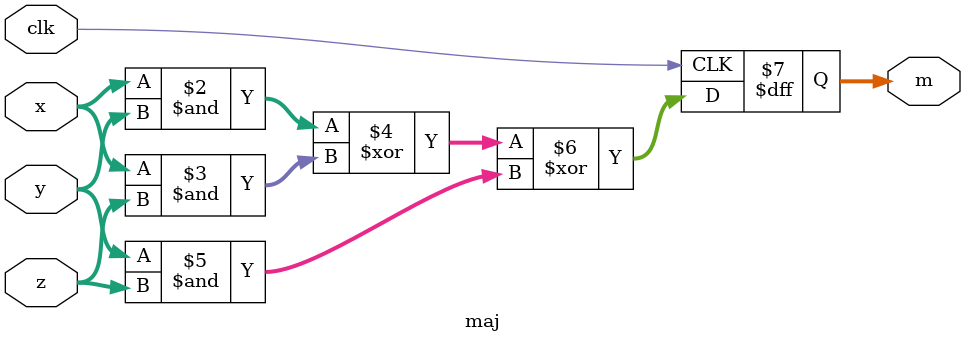
<source format=v>
module maj(output reg[31:0]m, input [31:0] x, y, z, input clk);
always @(posedge clk)
begin
m= (x&y)^(x&z)^(y&z);
end
endmodule

</source>
